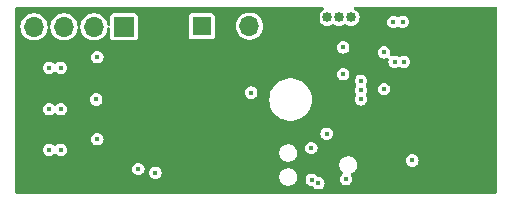
<source format=gbr>
%TF.GenerationSoftware,KiCad,Pcbnew,8.0.6*%
%TF.CreationDate,2024-11-27T12:45:58+01:00*%
%TF.ProjectId,Caffeinated-AFTONSPARV,43616666-6569-46e6-9174-65642d414654,rev?*%
%TF.SameCoordinates,Original*%
%TF.FileFunction,Copper,L2,Inr*%
%TF.FilePolarity,Positive*%
%FSLAX46Y46*%
G04 Gerber Fmt 4.6, Leading zero omitted, Abs format (unit mm)*
G04 Created by KiCad (PCBNEW 8.0.6) date 2024-11-27 12:45:58*
%MOMM*%
%LPD*%
G01*
G04 APERTURE LIST*
%TA.AperFunction,ComponentPad*%
%ADD10R,0.850000X0.850000*%
%TD*%
%TA.AperFunction,ComponentPad*%
%ADD11O,0.850000X0.850000*%
%TD*%
%TA.AperFunction,ComponentPad*%
%ADD12R,1.700000X1.700000*%
%TD*%
%TA.AperFunction,ComponentPad*%
%ADD13O,1.700000X1.700000*%
%TD*%
%TA.AperFunction,ComponentPad*%
%ADD14R,1.600000X1.600000*%
%TD*%
%TA.AperFunction,ComponentPad*%
%ADD15C,1.600000*%
%TD*%
%TA.AperFunction,ViaPad*%
%ADD16C,0.450000*%
%TD*%
G04 APERTURE END LIST*
D10*
%TO.N,GND*%
%TO.C,J4*%
X25600000Y15065000D03*
D11*
%TO.N,USB-D+*%
X26600000Y15065000D03*
%TO.N,USB-D-*%
X27600000Y15065000D03*
%TO.N,+3.3V*%
X28600000Y15065000D03*
%TD*%
D12*
%TO.N,+24V*%
%TO.C,J2*%
X9390000Y14275000D03*
D13*
%TO.N,Net-(J2-Pin_2)*%
X6850000Y14275000D03*
%TO.N,Net-(J2-Pin_3)*%
X4310000Y14275000D03*
%TO.N,Net-(J2-Pin_4)*%
X1770000Y14275000D03*
%TD*%
D12*
%TO.N,GND*%
%TO.C,J1*%
X22550000Y14325000D03*
D13*
%TO.N,+24V*%
X20010000Y14325000D03*
%TD*%
D14*
%TO.N,+24V*%
%TO.C,C2*%
X15982380Y14300000D03*
D15*
%TO.N,GND*%
X13482380Y14300000D03*
%TD*%
D16*
%TO.N,GND*%
X39400000Y3300000D03*
X40350000Y1300000D03*
X33400000Y10100000D03*
X4825000Y2900000D03*
X2750000Y2900000D03*
X31400000Y2900000D03*
X39400000Y11300000D03*
X2750000Y9850000D03*
X9325000Y3100000D03*
X2750000Y6350000D03*
X9325000Y7050000D03*
X37400000Y10100000D03*
X18350000Y5350000D03*
X9325000Y5075000D03*
X39400000Y9700000D03*
X33400000Y8100000D03*
X40350000Y15500000D03*
X33400000Y6100000D03*
X29400000Y12000000D03*
X35400000Y8100000D03*
X24560000Y3950000D03*
X12725000Y8850000D03*
X37400000Y6100000D03*
X17425000Y5350000D03*
X14775000Y8850000D03*
X4825000Y6350000D03*
X39400000Y6500000D03*
X35400000Y10100000D03*
X35400000Y6100000D03*
X37400000Y8100000D03*
X40350000Y14750000D03*
X39400000Y4900000D03*
X39400000Y12900000D03*
X40350000Y600000D03*
%TO.N,+24V*%
X20150000Y8700000D03*
%TO.N,Net-(J2-Pin_2)*%
X3050000Y3850000D03*
X4050000Y3850000D03*
%TO.N,Net-(J2-Pin_3)*%
X4050000Y7300000D03*
X3050000Y7300000D03*
%TO.N,+3.3V*%
X12050000Y1900000D03*
X27950000Y12525000D03*
X26550000Y5225000D03*
X10600000Y2225000D03*
%TO.N,IO9*%
X31400000Y12100000D03*
X28192500Y1367500D03*
%TO.N,TX*%
X33100000Y11300000D03*
%TO.N,Net-(U1-GPIO2{slash}ADC1_CH2)*%
X31400000Y9000000D03*
X27950000Y10250000D03*
%TO.N,RX*%
X25250000Y4000000D03*
X32300000Y11300000D03*
X25295000Y1325000D03*
%TO.N,EN*%
X33800000Y2950000D03*
X25850000Y1025000D03*
%TO.N,USB-D+*%
X33000000Y14700000D03*
%TO.N,LED-B*%
X7125000Y11700000D03*
X29450000Y9700000D03*
%TO.N,LED-G*%
X7037500Y8112500D03*
X29450000Y8900000D03*
%TO.N,LED-R*%
X29450000Y8125000D03*
X7125000Y4750000D03*
%TO.N,USB-D-*%
X32200000Y14675000D03*
%TO.N,Net-(J2-Pin_4)*%
X4050000Y10800000D03*
X3050000Y10800000D03*
%TD*%
%TA.AperFunction,Conductor*%
%TO.N,GND*%
G36*
X26281454Y15930315D02*
G01*
X26327209Y15877511D01*
X26337153Y15808353D01*
X26308128Y15744797D01*
X26280387Y15721006D01*
X26144795Y15635808D01*
X26029192Y15520205D01*
X25942210Y15381775D01*
X25888212Y15227456D01*
X25869909Y15065004D01*
X25869909Y15064997D01*
X25888212Y14902545D01*
X25942210Y14748226D01*
X25977295Y14692389D01*
X26029192Y14609796D01*
X26144796Y14494192D01*
X26283225Y14407211D01*
X26437539Y14353214D01*
X26437542Y14353214D01*
X26437544Y14353213D01*
X26599996Y14334909D01*
X26600000Y14334909D01*
X26600004Y14334909D01*
X26762455Y14353213D01*
X26762456Y14353214D01*
X26762461Y14353214D01*
X26916775Y14407211D01*
X27034028Y14480887D01*
X27101264Y14499887D01*
X27165971Y14480887D01*
X27283225Y14407211D01*
X27437539Y14353214D01*
X27437542Y14353214D01*
X27437544Y14353213D01*
X27599996Y14334909D01*
X27600000Y14334909D01*
X27600004Y14334909D01*
X27762455Y14353213D01*
X27762456Y14353214D01*
X27762461Y14353214D01*
X27916775Y14407211D01*
X28034028Y14480887D01*
X28101264Y14499887D01*
X28165971Y14480887D01*
X28283225Y14407211D01*
X28437539Y14353214D01*
X28437542Y14353214D01*
X28437544Y14353213D01*
X28599996Y14334909D01*
X28600000Y14334909D01*
X28600004Y14334909D01*
X28762455Y14353213D01*
X28762456Y14353214D01*
X28762461Y14353214D01*
X28916775Y14407211D01*
X29055204Y14494192D01*
X29170808Y14609796D01*
X29211779Y14675000D01*
X31669965Y14675000D01*
X31684734Y14562819D01*
X31688026Y14537819D01*
X31688027Y14537814D01*
X31740974Y14409985D01*
X31740975Y14409983D01*
X31740976Y14409982D01*
X31825209Y14300209D01*
X31934982Y14215976D01*
X32062817Y14163026D01*
X32185702Y14146848D01*
X32199999Y14144965D01*
X32200000Y14144965D01*
X32200001Y14144965D01*
X32212947Y14146670D01*
X32337183Y14163026D01*
X32465018Y14215976D01*
X32540803Y14274130D01*
X32605971Y14299324D01*
X32674416Y14285286D01*
X32691770Y14274134D01*
X32734982Y14240976D01*
X32862817Y14188026D01*
X32985702Y14171848D01*
X32999999Y14169965D01*
X33000000Y14169965D01*
X33000001Y14169965D01*
X33012947Y14171670D01*
X33137183Y14188026D01*
X33265018Y14240976D01*
X33374791Y14325209D01*
X33459024Y14434982D01*
X33511974Y14562817D01*
X33530035Y14700000D01*
X33511974Y14837183D01*
X33459024Y14965017D01*
X33374791Y15074791D01*
X33374789Y15074792D01*
X33374789Y15074793D01*
X33297597Y15134025D01*
X33265018Y15159024D01*
X33265017Y15159025D01*
X33265015Y15159026D01*
X33137186Y15211973D01*
X33137184Y15211974D01*
X33137183Y15211974D01*
X33019551Y15227461D01*
X33000001Y15230035D01*
X32999999Y15230035D01*
X32931408Y15221005D01*
X32862817Y15211974D01*
X32862816Y15211974D01*
X32862813Y15211973D01*
X32734984Y15159026D01*
X32734982Y15159024D01*
X32659196Y15100871D01*
X32594027Y15075677D01*
X32525582Y15089716D01*
X32508224Y15100871D01*
X32465018Y15134024D01*
X32465016Y15134025D01*
X32337186Y15186973D01*
X32337184Y15186974D01*
X32337183Y15186974D01*
X32245727Y15199015D01*
X32200001Y15205035D01*
X32199999Y15205035D01*
X32139372Y15197053D01*
X32062817Y15186974D01*
X32062816Y15186974D01*
X32062813Y15186973D01*
X31934985Y15134026D01*
X31825209Y15049791D01*
X31740974Y14940015D01*
X31688027Y14812187D01*
X31688026Y14812182D01*
X31673257Y14700001D01*
X31669965Y14675000D01*
X29211779Y14675000D01*
X29257789Y14748225D01*
X29311786Y14902539D01*
X29316009Y14940017D01*
X29330091Y15064997D01*
X29330091Y15065004D01*
X29311787Y15227456D01*
X29311786Y15227458D01*
X29311786Y15227461D01*
X29257789Y15381775D01*
X29170808Y15520204D01*
X29055204Y15635808D01*
X28919613Y15721006D01*
X28873322Y15773341D01*
X28862674Y15842395D01*
X28891049Y15906243D01*
X28949439Y15944615D01*
X28985585Y15950000D01*
X40876000Y15950000D01*
X40943039Y15930315D01*
X40988794Y15877511D01*
X41000000Y15826000D01*
X41000000Y274000D01*
X40980315Y206961D01*
X40927511Y161206D01*
X40876000Y150000D01*
X274000Y150000D01*
X206961Y169685D01*
X161206Y222489D01*
X150000Y274000D01*
X150000Y2225000D01*
X10069965Y2225000D01*
X10087794Y2089577D01*
X10088026Y2087819D01*
X10088027Y2087814D01*
X10140974Y1959985D01*
X10140975Y1959983D01*
X10140976Y1959982D01*
X10225209Y1850209D01*
X10334982Y1765976D01*
X10334983Y1765976D01*
X10334984Y1765975D01*
X10342616Y1762814D01*
X10462817Y1713026D01*
X10585702Y1696848D01*
X10599999Y1694965D01*
X10600000Y1694965D01*
X10600001Y1694965D01*
X10612947Y1696670D01*
X10737183Y1713026D01*
X10865018Y1765976D01*
X10974791Y1850209D01*
X11012998Y1900001D01*
X11519965Y1900001D01*
X11519965Y1900000D01*
X11538026Y1762819D01*
X11538027Y1762814D01*
X11590974Y1634985D01*
X11590975Y1634983D01*
X11590976Y1634982D01*
X11675209Y1525209D01*
X11784982Y1440976D01*
X11912817Y1388026D01*
X12035702Y1371848D01*
X12049999Y1369965D01*
X12050000Y1369965D01*
X12050001Y1369965D01*
X12062947Y1371670D01*
X12187183Y1388026D01*
X12315018Y1440976D01*
X12424791Y1525209D01*
X12499415Y1622460D01*
X22544200Y1622460D01*
X22544200Y1475541D01*
X22572858Y1331466D01*
X22572861Y1331456D01*
X22629078Y1195734D01*
X22629083Y1195725D01*
X22710698Y1073581D01*
X22710701Y1073577D01*
X22814576Y969702D01*
X22814580Y969699D01*
X22936724Y888084D01*
X22936730Y888081D01*
X22936731Y888080D01*
X23072458Y831860D01*
X23206797Y805139D01*
X23216540Y803201D01*
X23216544Y803200D01*
X23216545Y803200D01*
X23363456Y803200D01*
X23363457Y803201D01*
X23507542Y831860D01*
X23643269Y888080D01*
X23765420Y969699D01*
X23869301Y1073580D01*
X23950920Y1195731D01*
X24004465Y1325000D01*
X24764965Y1325000D01*
X24777430Y1230319D01*
X24783026Y1187819D01*
X24783027Y1187814D01*
X24835974Y1059985D01*
X24835975Y1059983D01*
X24835976Y1059982D01*
X24920209Y950209D01*
X25029982Y865976D01*
X25029983Y865976D01*
X25029984Y865975D01*
X25055211Y855526D01*
X25157817Y813026D01*
X25295000Y794965D01*
X25302983Y794965D01*
X25370022Y775280D01*
X25401355Y746455D01*
X25475209Y650209D01*
X25584982Y565976D01*
X25712817Y513026D01*
X25835702Y496848D01*
X25849999Y494965D01*
X25850000Y494965D01*
X25850001Y494965D01*
X25862947Y496670D01*
X25987183Y513026D01*
X26115018Y565976D01*
X26224791Y650209D01*
X26309024Y759982D01*
X26361974Y887817D01*
X26380035Y1025000D01*
X26361974Y1162183D01*
X26309024Y1290017D01*
X26224791Y1399791D01*
X26224789Y1399792D01*
X26224789Y1399793D01*
X26115015Y1484026D01*
X25987186Y1536973D01*
X25987184Y1536974D01*
X25987183Y1536974D01*
X25895727Y1549015D01*
X25850001Y1555035D01*
X25842017Y1555035D01*
X25774978Y1574720D01*
X25743642Y1603548D01*
X25669791Y1699791D01*
X25614403Y1742292D01*
X25560018Y1784024D01*
X25560017Y1784025D01*
X25560015Y1784026D01*
X25432186Y1836973D01*
X25432184Y1836974D01*
X25432183Y1836974D01*
X25331656Y1850209D01*
X25295001Y1855035D01*
X25294999Y1855035D01*
X25240502Y1847860D01*
X25157817Y1836974D01*
X25157816Y1836974D01*
X25157813Y1836973D01*
X25029985Y1784026D01*
X24920209Y1699791D01*
X24835974Y1590015D01*
X24783027Y1462187D01*
X24783026Y1462182D01*
X24770561Y1367501D01*
X24764965Y1325000D01*
X24004465Y1325000D01*
X24007140Y1331458D01*
X24035800Y1475545D01*
X24035800Y1622455D01*
X24007140Y1766542D01*
X23951860Y1900000D01*
X23950921Y1902267D01*
X23950916Y1902276D01*
X23869301Y2024420D01*
X23869298Y2024424D01*
X23765423Y2128299D01*
X23765419Y2128302D01*
X23643275Y2209917D01*
X23643266Y2209922D01*
X23507544Y2266139D01*
X23507545Y2266139D01*
X23507542Y2266140D01*
X23507538Y2266141D01*
X23507534Y2266142D01*
X23363459Y2294800D01*
X23363455Y2294800D01*
X23216545Y2294800D01*
X23216540Y2294800D01*
X23072465Y2266142D01*
X23072455Y2266139D01*
X22936733Y2209922D01*
X22936724Y2209917D01*
X22814580Y2128302D01*
X22814576Y2128299D01*
X22710701Y2024424D01*
X22710698Y2024420D01*
X22629083Y1902276D01*
X22629078Y1902267D01*
X22572861Y1766545D01*
X22572858Y1766535D01*
X22544200Y1622460D01*
X12499415Y1622460D01*
X12509024Y1634982D01*
X12561974Y1762817D01*
X12580035Y1900000D01*
X12561974Y2037183D01*
X12509024Y2165017D01*
X12424791Y2274791D01*
X12424789Y2274792D01*
X12424789Y2274793D01*
X12315015Y2359026D01*
X12187186Y2411973D01*
X12187184Y2411974D01*
X12187183Y2411974D01*
X12095727Y2424015D01*
X12050001Y2430035D01*
X12049999Y2430035D01*
X11981408Y2421005D01*
X11912817Y2411974D01*
X11912816Y2411974D01*
X11912813Y2411973D01*
X11784985Y2359026D01*
X11675209Y2274791D01*
X11590974Y2165015D01*
X11538027Y2037187D01*
X11538026Y2037182D01*
X11519965Y1900001D01*
X11012998Y1900001D01*
X11059024Y1959982D01*
X11111974Y2087817D01*
X11130035Y2225000D01*
X11111974Y2362183D01*
X11059024Y2490017D01*
X10974791Y2599791D01*
X10974789Y2599792D01*
X10974789Y2599793D01*
X10924397Y2638460D01*
X27624200Y2638460D01*
X27624200Y2491541D01*
X27652858Y2347466D01*
X27652861Y2347456D01*
X27709078Y2211734D01*
X27709083Y2211725D01*
X27790698Y2089581D01*
X27790701Y2089577D01*
X27898887Y1981391D01*
X27896766Y1979271D01*
X27929065Y1932404D01*
X27931316Y1862571D01*
X27895455Y1802606D01*
X27886763Y1795279D01*
X27817710Y1742292D01*
X27733474Y1632515D01*
X27680527Y1504687D01*
X27680526Y1504684D01*
X27680526Y1504683D01*
X27672139Y1440976D01*
X27662790Y1369965D01*
X27662465Y1367500D01*
X27672666Y1290015D01*
X27680526Y1230319D01*
X27680527Y1230314D01*
X27733474Y1102485D01*
X27733475Y1102483D01*
X27733476Y1102482D01*
X27817709Y992709D01*
X27927482Y908476D01*
X28055317Y855526D01*
X28178202Y839348D01*
X28192499Y837465D01*
X28192500Y837465D01*
X28192501Y837465D01*
X28205447Y839170D01*
X28329683Y855526D01*
X28457518Y908476D01*
X28567291Y992709D01*
X28651524Y1102482D01*
X28704474Y1230317D01*
X28722535Y1367500D01*
X28722210Y1369965D01*
X28718283Y1399793D01*
X28704474Y1504683D01*
X28669128Y1590017D01*
X28651525Y1632516D01*
X28651523Y1632519D01*
X28609082Y1687828D01*
X28583887Y1752997D01*
X28597925Y1821442D01*
X28646739Y1871432D01*
X28659986Y1877868D01*
X28723269Y1904080D01*
X28845420Y1985699D01*
X28949301Y2089580D01*
X29030920Y2211731D01*
X29087140Y2347458D01*
X29115800Y2491545D01*
X29115800Y2638455D01*
X29087140Y2782542D01*
X29030920Y2918269D01*
X29030919Y2918270D01*
X29030916Y2918276D01*
X29009718Y2950001D01*
X33269965Y2950001D01*
X33269965Y2950000D01*
X33288026Y2812819D01*
X33288027Y2812814D01*
X33340974Y2684985D01*
X33340975Y2684983D01*
X33340976Y2684982D01*
X33425209Y2575209D01*
X33534982Y2490976D01*
X33662817Y2438026D01*
X33785702Y2421848D01*
X33799999Y2419965D01*
X33800000Y2419965D01*
X33800001Y2419965D01*
X33812947Y2421670D01*
X33937183Y2438026D01*
X34065018Y2490976D01*
X34174791Y2575209D01*
X34259024Y2684982D01*
X34311974Y2812817D01*
X34330035Y2950000D01*
X34311974Y3087183D01*
X34259024Y3215017D01*
X34174791Y3324791D01*
X34174789Y3324792D01*
X34174789Y3324793D01*
X34108220Y3375873D01*
X34065018Y3409024D01*
X34065017Y3409025D01*
X34065015Y3409026D01*
X33937186Y3461973D01*
X33937184Y3461974D01*
X33937183Y3461974D01*
X33836656Y3475209D01*
X33800001Y3480035D01*
X33799999Y3480035D01*
X33731408Y3471005D01*
X33662817Y3461974D01*
X33662816Y3461974D01*
X33662813Y3461973D01*
X33534985Y3409026D01*
X33425209Y3324791D01*
X33340974Y3215015D01*
X33288027Y3087187D01*
X33288026Y3087182D01*
X33269965Y2950001D01*
X29009718Y2950001D01*
X28949301Y3040420D01*
X28949298Y3040424D01*
X28845423Y3144299D01*
X28845419Y3144302D01*
X28723275Y3225917D01*
X28723266Y3225922D01*
X28587544Y3282139D01*
X28587545Y3282139D01*
X28587542Y3282140D01*
X28587538Y3282141D01*
X28587534Y3282142D01*
X28443459Y3310800D01*
X28443455Y3310800D01*
X28296545Y3310800D01*
X28296540Y3310800D01*
X28152465Y3282142D01*
X28152455Y3282139D01*
X28016733Y3225922D01*
X28016724Y3225917D01*
X27894580Y3144302D01*
X27894576Y3144299D01*
X27790701Y3040424D01*
X27790698Y3040420D01*
X27709083Y2918276D01*
X27709078Y2918267D01*
X27652861Y2782545D01*
X27652858Y2782535D01*
X27624200Y2638460D01*
X10924397Y2638460D01*
X10865015Y2684026D01*
X10737186Y2736973D01*
X10737184Y2736974D01*
X10737183Y2736974D01*
X10645727Y2749015D01*
X10600001Y2755035D01*
X10599999Y2755035D01*
X10531408Y2746005D01*
X10462817Y2736974D01*
X10462816Y2736974D01*
X10462813Y2736973D01*
X10334985Y2684026D01*
X10225209Y2599791D01*
X10140974Y2490015D01*
X10088027Y2362187D01*
X10088026Y2362184D01*
X10088026Y2362183D01*
X10069965Y2225000D01*
X150000Y2225000D01*
X150000Y3850000D01*
X2519965Y3850000D01*
X2535107Y3734985D01*
X2538026Y3712819D01*
X2538027Y3712814D01*
X2590974Y3584985D01*
X2590975Y3584983D01*
X2590976Y3584982D01*
X2675209Y3475209D01*
X2784982Y3390976D01*
X2912817Y3338026D01*
X3035702Y3321848D01*
X3049999Y3319965D01*
X3050000Y3319965D01*
X3050001Y3319965D01*
X3062947Y3321670D01*
X3187183Y3338026D01*
X3315018Y3390976D01*
X3424791Y3475209D01*
X3451624Y3510179D01*
X3508052Y3551381D01*
X3577798Y3555536D01*
X3638718Y3521324D01*
X3648376Y3510178D01*
X3671505Y3480035D01*
X3675209Y3475209D01*
X3784982Y3390976D01*
X3912817Y3338026D01*
X4035702Y3321848D01*
X4049999Y3319965D01*
X4050000Y3319965D01*
X4050001Y3319965D01*
X4062947Y3321670D01*
X4187183Y3338026D01*
X4315018Y3390976D01*
X4424791Y3475209D01*
X4509024Y3584982D01*
X4537802Y3654460D01*
X22544200Y3654460D01*
X22544200Y3507541D01*
X22572858Y3363466D01*
X22572861Y3363456D01*
X22629078Y3227734D01*
X22629083Y3227725D01*
X22710698Y3105581D01*
X22710701Y3105577D01*
X22814576Y3001702D01*
X22814580Y3001699D01*
X22936724Y2920084D01*
X22936730Y2920081D01*
X22936731Y2920080D01*
X23072458Y2863860D01*
X23216540Y2835201D01*
X23216544Y2835200D01*
X23216545Y2835200D01*
X23363456Y2835200D01*
X23363457Y2835201D01*
X23507542Y2863860D01*
X23643269Y2920080D01*
X23765420Y3001699D01*
X23869301Y3105580D01*
X23950920Y3227731D01*
X24007140Y3363458D01*
X24035800Y3507545D01*
X24035800Y3654455D01*
X24007140Y3798542D01*
X23950920Y3934269D01*
X23950919Y3934270D01*
X23950916Y3934276D01*
X23906999Y4000001D01*
X24719965Y4000001D01*
X24719965Y4000000D01*
X24738026Y3862819D01*
X24738027Y3862814D01*
X24790974Y3734985D01*
X24790975Y3734983D01*
X24790976Y3734982D01*
X24875209Y3625209D01*
X24984982Y3540976D01*
X25112817Y3488026D01*
X25235702Y3471848D01*
X25249999Y3469965D01*
X25250000Y3469965D01*
X25250001Y3469965D01*
X25262947Y3471670D01*
X25387183Y3488026D01*
X25515018Y3540976D01*
X25624791Y3625209D01*
X25709024Y3734982D01*
X25761974Y3862817D01*
X25780035Y4000000D01*
X25761974Y4137183D01*
X25709024Y4265017D01*
X25624791Y4374791D01*
X25624789Y4374792D01*
X25624789Y4374793D01*
X25515015Y4459026D01*
X25387186Y4511973D01*
X25387184Y4511974D01*
X25387183Y4511974D01*
X25295727Y4524015D01*
X25250001Y4530035D01*
X25249999Y4530035D01*
X25181408Y4521005D01*
X25112817Y4511974D01*
X25112816Y4511974D01*
X25112813Y4511973D01*
X24984985Y4459026D01*
X24875209Y4374791D01*
X24790974Y4265015D01*
X24738027Y4137187D01*
X24738026Y4137184D01*
X24738026Y4137183D01*
X24728995Y4068592D01*
X24719965Y4000001D01*
X23906999Y4000001D01*
X23869301Y4056420D01*
X23869298Y4056424D01*
X23765423Y4160299D01*
X23765419Y4160302D01*
X23643275Y4241917D01*
X23643266Y4241922D01*
X23507544Y4298139D01*
X23507545Y4298139D01*
X23507542Y4298140D01*
X23507538Y4298141D01*
X23507534Y4298142D01*
X23363459Y4326800D01*
X23363455Y4326800D01*
X23216545Y4326800D01*
X23216540Y4326800D01*
X23072465Y4298142D01*
X23072455Y4298139D01*
X22936733Y4241922D01*
X22936724Y4241917D01*
X22814580Y4160302D01*
X22814576Y4160299D01*
X22710701Y4056424D01*
X22710698Y4056420D01*
X22629083Y3934276D01*
X22629078Y3934267D01*
X22572861Y3798545D01*
X22572858Y3798535D01*
X22544200Y3654460D01*
X4537802Y3654460D01*
X4561974Y3712817D01*
X4580035Y3850000D01*
X4561974Y3987183D01*
X4509024Y4115017D01*
X4424791Y4224791D01*
X4424789Y4224792D01*
X4424789Y4224793D01*
X4358220Y4275873D01*
X4315018Y4309024D01*
X4315017Y4309025D01*
X4315015Y4309026D01*
X4187186Y4361973D01*
X4187184Y4361974D01*
X4187183Y4361974D01*
X4086656Y4375209D01*
X4050001Y4380035D01*
X4049999Y4380035D01*
X4010184Y4374793D01*
X3912817Y4361974D01*
X3912816Y4361974D01*
X3912813Y4361973D01*
X3784985Y4309026D01*
X3675206Y4224789D01*
X3648375Y4189821D01*
X3591947Y4148618D01*
X3522201Y4144464D01*
X3461281Y4178677D01*
X3451625Y4189821D01*
X3424791Y4224791D01*
X3372368Y4265017D01*
X3315018Y4309024D01*
X3315017Y4309025D01*
X3315015Y4309026D01*
X3187186Y4361973D01*
X3187184Y4361974D01*
X3187183Y4361974D01*
X3086656Y4375209D01*
X3050001Y4380035D01*
X3049999Y4380035D01*
X3010184Y4374793D01*
X2912817Y4361974D01*
X2912816Y4361974D01*
X2912813Y4361973D01*
X2784985Y4309026D01*
X2675209Y4224791D01*
X2590974Y4115015D01*
X2538027Y3987187D01*
X2538026Y3987184D01*
X2538026Y3987183D01*
X2519965Y3850000D01*
X150000Y3850000D01*
X150000Y4750001D01*
X6594965Y4750001D01*
X6594965Y4750000D01*
X6613026Y4612819D01*
X6613027Y4612814D01*
X6665974Y4484985D01*
X6665975Y4484983D01*
X6665976Y4484982D01*
X6750209Y4375209D01*
X6859982Y4290976D01*
X6987817Y4238026D01*
X7110702Y4221848D01*
X7124999Y4219965D01*
X7125000Y4219965D01*
X7125001Y4219965D01*
X7137947Y4221670D01*
X7262183Y4238026D01*
X7390018Y4290976D01*
X7499791Y4375209D01*
X7584024Y4484982D01*
X7636974Y4612817D01*
X7655035Y4750000D01*
X7636974Y4887183D01*
X7584024Y5015017D01*
X7499791Y5124791D01*
X7499789Y5124792D01*
X7499789Y5124793D01*
X7390015Y5209026D01*
X7351447Y5225001D01*
X26019965Y5225001D01*
X26019965Y5225000D01*
X26038026Y5087819D01*
X26038027Y5087814D01*
X26090974Y4959985D01*
X26090975Y4959983D01*
X26090976Y4959982D01*
X26175209Y4850209D01*
X26284982Y4765976D01*
X26412817Y4713026D01*
X26535702Y4696848D01*
X26549999Y4694965D01*
X26550000Y4694965D01*
X26550001Y4694965D01*
X26562947Y4696670D01*
X26687183Y4713026D01*
X26815018Y4765976D01*
X26924791Y4850209D01*
X27009024Y4959982D01*
X27061974Y5087817D01*
X27080035Y5225000D01*
X27061974Y5362183D01*
X27009024Y5490017D01*
X26924791Y5599791D01*
X26924789Y5599792D01*
X26924789Y5599793D01*
X26815015Y5684026D01*
X26687186Y5736973D01*
X26687184Y5736974D01*
X26687183Y5736974D01*
X26595727Y5749015D01*
X26550001Y5755035D01*
X26549999Y5755035D01*
X26481408Y5746005D01*
X26412817Y5736974D01*
X26412816Y5736974D01*
X26412813Y5736973D01*
X26284985Y5684026D01*
X26175209Y5599791D01*
X26090974Y5490015D01*
X26038027Y5362187D01*
X26038026Y5362182D01*
X26019965Y5225001D01*
X7351447Y5225001D01*
X7262186Y5261973D01*
X7262184Y5261974D01*
X7262183Y5261974D01*
X7170727Y5274015D01*
X7125001Y5280035D01*
X7124999Y5280035D01*
X7056408Y5271005D01*
X6987817Y5261974D01*
X6987816Y5261974D01*
X6987813Y5261973D01*
X6859985Y5209026D01*
X6750209Y5124791D01*
X6665974Y5015015D01*
X6613027Y4887187D01*
X6613026Y4887182D01*
X6594965Y4750001D01*
X150000Y4750001D01*
X150000Y7300001D01*
X2519965Y7300001D01*
X2519965Y7300000D01*
X2538026Y7162819D01*
X2538027Y7162814D01*
X2590974Y7034985D01*
X2590975Y7034983D01*
X2590976Y7034982D01*
X2675209Y6925209D01*
X2784982Y6840976D01*
X2912817Y6788026D01*
X3035702Y6771848D01*
X3049999Y6769965D01*
X3050000Y6769965D01*
X3050001Y6769965D01*
X3062947Y6771670D01*
X3187183Y6788026D01*
X3315018Y6840976D01*
X3424791Y6925209D01*
X3451624Y6960179D01*
X3508052Y7001381D01*
X3577798Y7005536D01*
X3638718Y6971324D01*
X3648375Y6960179D01*
X3675209Y6925209D01*
X3784982Y6840976D01*
X3912817Y6788026D01*
X4035702Y6771848D01*
X4049999Y6769965D01*
X4050000Y6769965D01*
X4050001Y6769965D01*
X4062947Y6771670D01*
X4187183Y6788026D01*
X4315018Y6840976D01*
X4424791Y6925209D01*
X4509024Y7034982D01*
X4561974Y7162817D01*
X4580035Y7300000D01*
X4561974Y7437183D01*
X4509024Y7565017D01*
X4424791Y7674791D01*
X4424789Y7674792D01*
X4424789Y7674793D01*
X4342796Y7737709D01*
X4315018Y7759024D01*
X4315017Y7759025D01*
X4315015Y7759026D01*
X4187186Y7811973D01*
X4187184Y7811974D01*
X4187183Y7811974D01*
X4095727Y7824015D01*
X4050001Y7830035D01*
X4049999Y7830035D01*
X3981408Y7821005D01*
X3912817Y7811974D01*
X3912816Y7811974D01*
X3912813Y7811973D01*
X3784985Y7759026D01*
X3675206Y7674789D01*
X3648375Y7639821D01*
X3591947Y7598618D01*
X3522201Y7594464D01*
X3461281Y7628677D01*
X3451625Y7639821D01*
X3424791Y7674791D01*
X3342796Y7737709D01*
X3315018Y7759024D01*
X3315017Y7759025D01*
X3315015Y7759026D01*
X3187186Y7811973D01*
X3187184Y7811974D01*
X3187183Y7811974D01*
X3095727Y7824015D01*
X3050001Y7830035D01*
X3049999Y7830035D01*
X2981408Y7821005D01*
X2912817Y7811974D01*
X2912816Y7811974D01*
X2912813Y7811973D01*
X2784985Y7759026D01*
X2675209Y7674791D01*
X2590974Y7565015D01*
X2538027Y7437187D01*
X2538026Y7437182D01*
X2519965Y7300001D01*
X150000Y7300001D01*
X150000Y8112500D01*
X6507465Y8112500D01*
X6523880Y7987817D01*
X6525526Y7975319D01*
X6525527Y7975314D01*
X6578474Y7847485D01*
X6578475Y7847483D01*
X6578476Y7847482D01*
X6662709Y7737709D01*
X6772482Y7653476D01*
X6900317Y7600526D01*
X7023202Y7584348D01*
X7037499Y7582465D01*
X7037500Y7582465D01*
X7037501Y7582465D01*
X7050447Y7584170D01*
X7174683Y7600526D01*
X7302518Y7653476D01*
X7412291Y7737709D01*
X7496524Y7847482D01*
X7549474Y7975317D01*
X7565890Y8100004D01*
X21694448Y8100004D01*
X21694448Y8099997D01*
X21714583Y7831311D01*
X21714583Y7831310D01*
X21774536Y7568636D01*
X21774542Y7568617D01*
X21872976Y7317811D01*
X21872979Y7317803D01*
X21962460Y7162819D01*
X22007701Y7084460D01*
X22143388Y6914313D01*
X22175699Y6873797D01*
X22362153Y6700794D01*
X22373212Y6690533D01*
X22595836Y6538750D01*
X22595841Y6538748D01*
X22595842Y6538747D01*
X22595843Y6538746D01*
X22724771Y6476658D01*
X22838592Y6421845D01*
X22838593Y6421845D01*
X22838596Y6421843D01*
X23096069Y6342423D01*
X23096070Y6342423D01*
X23096073Y6342422D01*
X23362494Y6302266D01*
X23362499Y6302266D01*
X23362502Y6302265D01*
X23362503Y6302265D01*
X23631945Y6302265D01*
X23631946Y6302265D01*
X23631953Y6302266D01*
X23898374Y6342422D01*
X23898375Y6342423D01*
X23898379Y6342423D01*
X24155852Y6421843D01*
X24398612Y6538750D01*
X24621236Y6690533D01*
X24818752Y6873801D01*
X24986747Y7084460D01*
X25121469Y7317805D01*
X25219908Y7568622D01*
X25279864Y7831310D01*
X25300000Y8100000D01*
X25299063Y8112500D01*
X25279864Y8368690D01*
X25279864Y8368691D01*
X25219911Y8631365D01*
X25219910Y8631366D01*
X25219908Y8631378D01*
X25121469Y8882195D01*
X25121468Y8882198D01*
X25053454Y9000000D01*
X24986747Y9115540D01*
X24818752Y9326199D01*
X24818751Y9326200D01*
X24818748Y9326204D01*
X24621236Y9509467D01*
X24591068Y9530035D01*
X24398612Y9661250D01*
X24398608Y9661252D01*
X24398605Y9661254D01*
X24398604Y9661255D01*
X24318146Y9700001D01*
X28919965Y9700001D01*
X28919965Y9700000D01*
X28938026Y9562819D01*
X28938027Y9562814D01*
X28990974Y9434985D01*
X29036629Y9375487D01*
X29061823Y9310317D01*
X29047785Y9241873D01*
X29036629Y9224514D01*
X28990976Y9165018D01*
X28990974Y9165016D01*
X28938027Y9037187D01*
X28938026Y9037184D01*
X28938026Y9037183D01*
X28919965Y8900000D01*
X28928235Y8837182D01*
X28938026Y8762819D01*
X28938027Y8762814D01*
X28990975Y8634984D01*
X28990976Y8634982D01*
X29027037Y8587987D01*
X29052232Y8522818D01*
X29038194Y8454373D01*
X29027038Y8437014D01*
X28990976Y8390018D01*
X28990974Y8390016D01*
X28938027Y8262187D01*
X28938026Y8262182D01*
X28919965Y8125001D01*
X28919965Y8125000D01*
X28938026Y7987819D01*
X28938027Y7987814D01*
X28990974Y7859985D01*
X28990975Y7859983D01*
X28990976Y7859982D01*
X29075209Y7750209D01*
X29184982Y7665976D01*
X29312817Y7613026D01*
X29422254Y7598618D01*
X29449999Y7594965D01*
X29450000Y7594965D01*
X29450001Y7594965D01*
X29462947Y7596670D01*
X29587183Y7613026D01*
X29715018Y7665976D01*
X29824791Y7750209D01*
X29909024Y7859982D01*
X29961974Y7987817D01*
X29980035Y8125000D01*
X29961974Y8262183D01*
X29917858Y8368690D01*
X29909025Y8390016D01*
X29909023Y8390018D01*
X29872962Y8437014D01*
X29847768Y8502183D01*
X29861806Y8570628D01*
X29872963Y8587987D01*
X29874737Y8590300D01*
X29909024Y8634982D01*
X29961974Y8762817D01*
X29980035Y8900000D01*
X29966869Y9000000D01*
X30869965Y9000000D01*
X30885475Y8882190D01*
X30888026Y8862819D01*
X30888027Y8862814D01*
X30940974Y8734985D01*
X30940975Y8734983D01*
X30940976Y8734982D01*
X31025209Y8625209D01*
X31134982Y8540976D01*
X31262817Y8488026D01*
X31385702Y8471848D01*
X31399999Y8469965D01*
X31400000Y8469965D01*
X31400001Y8469965D01*
X31412947Y8471670D01*
X31537183Y8488026D01*
X31665018Y8540976D01*
X31774791Y8625209D01*
X31859024Y8734982D01*
X31911974Y8862817D01*
X31930035Y9000000D01*
X31911974Y9137183D01*
X31873514Y9230035D01*
X31859025Y9265015D01*
X31859024Y9265016D01*
X31859024Y9265017D01*
X31774791Y9374791D01*
X31774789Y9374792D01*
X31774789Y9374793D01*
X31665015Y9459026D01*
X31537186Y9511973D01*
X31537184Y9511974D01*
X31537183Y9511974D01*
X31445727Y9524015D01*
X31400001Y9530035D01*
X31399999Y9530035D01*
X31331408Y9521005D01*
X31262817Y9511974D01*
X31262816Y9511974D01*
X31262813Y9511973D01*
X31134985Y9459026D01*
X31025209Y9374791D01*
X30940974Y9265015D01*
X30888027Y9137187D01*
X30888026Y9137184D01*
X30888026Y9137183D01*
X30869965Y9000000D01*
X29966869Y9000000D01*
X29961974Y9037183D01*
X29920551Y9137187D01*
X29909025Y9165015D01*
X29909024Y9165016D01*
X29909024Y9165017D01*
X29863369Y9224516D01*
X29838176Y9289682D01*
X29852214Y9358127D01*
X29863365Y9375481D01*
X29909024Y9434982D01*
X29961974Y9562817D01*
X29980035Y9700000D01*
X29961974Y9837183D01*
X29909024Y9965017D01*
X29824791Y10074791D01*
X29824789Y10074792D01*
X29824789Y10074793D01*
X29715015Y10159026D01*
X29587186Y10211973D01*
X29587184Y10211974D01*
X29587183Y10211974D01*
X29495727Y10224015D01*
X29450001Y10230035D01*
X29449999Y10230035D01*
X29381408Y10221005D01*
X29312817Y10211974D01*
X29312816Y10211974D01*
X29312813Y10211973D01*
X29184985Y10159026D01*
X29075209Y10074791D01*
X28990974Y9965015D01*
X28938027Y9837187D01*
X28938026Y9837182D01*
X28919965Y9700001D01*
X24318146Y9700001D01*
X24155854Y9778156D01*
X24155856Y9778156D01*
X23898380Y9857577D01*
X23898374Y9857579D01*
X23631953Y9897735D01*
X23631946Y9897735D01*
X23362502Y9897735D01*
X23362494Y9897735D01*
X23096073Y9857579D01*
X23096067Y9857577D01*
X22838592Y9778156D01*
X22595843Y9661255D01*
X22595842Y9661254D01*
X22373211Y9509467D01*
X22175699Y9326204D01*
X22007701Y9115540D01*
X21872979Y8882198D01*
X21872976Y8882190D01*
X21774542Y8631384D01*
X21774536Y8631365D01*
X21714583Y8368691D01*
X21714583Y8368690D01*
X21694448Y8100004D01*
X7565890Y8100004D01*
X7567535Y8112500D01*
X7549474Y8249683D01*
X7496524Y8377517D01*
X7412291Y8487291D01*
X7412289Y8487292D01*
X7412289Y8487293D01*
X7313862Y8562819D01*
X7302518Y8571524D01*
X7302517Y8571525D01*
X7302515Y8571526D01*
X7174686Y8624473D01*
X7174684Y8624474D01*
X7174683Y8624474D01*
X7083227Y8636515D01*
X7037501Y8642535D01*
X7037499Y8642535D01*
X6980146Y8634984D01*
X6900317Y8624474D01*
X6900316Y8624474D01*
X6900313Y8624473D01*
X6772485Y8571526D01*
X6662709Y8487291D01*
X6578474Y8377515D01*
X6525527Y8249687D01*
X6525526Y8249684D01*
X6525526Y8249683D01*
X6507465Y8112500D01*
X150000Y8112500D01*
X150000Y8700000D01*
X19619965Y8700000D01*
X19636879Y8571526D01*
X19638026Y8562819D01*
X19638027Y8562814D01*
X19690974Y8434985D01*
X19690975Y8434983D01*
X19690976Y8434982D01*
X19775209Y8325209D01*
X19884982Y8240976D01*
X20012817Y8188026D01*
X20135702Y8171848D01*
X20149999Y8169965D01*
X20150000Y8169965D01*
X20150001Y8169965D01*
X20162947Y8171670D01*
X20287183Y8188026D01*
X20415018Y8240976D01*
X20524791Y8325209D01*
X20609024Y8434982D01*
X20661974Y8562817D01*
X20680035Y8700000D01*
X20661974Y8837183D01*
X20609024Y8965017D01*
X20524791Y9074791D01*
X20524789Y9074792D01*
X20524789Y9074793D01*
X20415015Y9159026D01*
X20287186Y9211973D01*
X20287184Y9211974D01*
X20287183Y9211974D01*
X20191935Y9224514D01*
X20150001Y9230035D01*
X20149999Y9230035D01*
X20108065Y9224514D01*
X20012817Y9211974D01*
X20012816Y9211974D01*
X20012813Y9211973D01*
X19884985Y9159026D01*
X19775209Y9074791D01*
X19690974Y8965015D01*
X19638027Y8837187D01*
X19638026Y8837184D01*
X19638026Y8837183D01*
X19619965Y8700000D01*
X150000Y8700000D01*
X150000Y10250000D01*
X27419965Y10250000D01*
X27424971Y10211973D01*
X27438026Y10112819D01*
X27438027Y10112814D01*
X27490974Y9984985D01*
X27490975Y9984983D01*
X27490976Y9984982D01*
X27575209Y9875209D01*
X27684982Y9790976D01*
X27812817Y9738026D01*
X27935702Y9721848D01*
X27949999Y9719965D01*
X27950000Y9719965D01*
X27950001Y9719965D01*
X27962947Y9721670D01*
X28087183Y9738026D01*
X28215018Y9790976D01*
X28324791Y9875209D01*
X28409024Y9984982D01*
X28461974Y10112817D01*
X28480035Y10250000D01*
X28461974Y10387183D01*
X28409024Y10515017D01*
X28324791Y10624791D01*
X28324789Y10624792D01*
X28324789Y10624793D01*
X28215015Y10709026D01*
X28087186Y10761973D01*
X28087184Y10761974D01*
X28087183Y10761974D01*
X27995727Y10774015D01*
X27950001Y10780035D01*
X27949999Y10780035D01*
X27881408Y10771005D01*
X27812817Y10761974D01*
X27812816Y10761974D01*
X27812813Y10761973D01*
X27684985Y10709026D01*
X27575209Y10624791D01*
X27490974Y10515015D01*
X27438027Y10387187D01*
X27438026Y10387182D01*
X27422594Y10269965D01*
X27419965Y10250000D01*
X150000Y10250000D01*
X150000Y10800000D01*
X2519965Y10800000D01*
X2524971Y10761973D01*
X2538026Y10662819D01*
X2538027Y10662814D01*
X2590974Y10534985D01*
X2590975Y10534983D01*
X2590976Y10534982D01*
X2675209Y10425209D01*
X2784982Y10340976D01*
X2912817Y10288026D01*
X3035702Y10271848D01*
X3049999Y10269965D01*
X3050000Y10269965D01*
X3050001Y10269965D01*
X3062947Y10271670D01*
X3187183Y10288026D01*
X3315018Y10340976D01*
X3424791Y10425209D01*
X3451624Y10460179D01*
X3508052Y10501381D01*
X3577798Y10505536D01*
X3638718Y10471324D01*
X3648375Y10460179D01*
X3675209Y10425209D01*
X3784982Y10340976D01*
X3912817Y10288026D01*
X4035702Y10271848D01*
X4049999Y10269965D01*
X4050000Y10269965D01*
X4050001Y10269965D01*
X4062947Y10271670D01*
X4187183Y10288026D01*
X4315018Y10340976D01*
X4424791Y10425209D01*
X4509024Y10534982D01*
X4561974Y10662817D01*
X4580035Y10800000D01*
X4561974Y10937183D01*
X4509024Y11065017D01*
X4424791Y11174791D01*
X4424789Y11174792D01*
X4424789Y11174793D01*
X4358220Y11225873D01*
X4315018Y11259024D01*
X4315017Y11259025D01*
X4315015Y11259026D01*
X4187186Y11311973D01*
X4187184Y11311974D01*
X4187183Y11311974D01*
X4086656Y11325209D01*
X4050001Y11330035D01*
X4049999Y11330035D01*
X3981408Y11321005D01*
X3912817Y11311974D01*
X3912816Y11311974D01*
X3912813Y11311973D01*
X3784985Y11259026D01*
X3675206Y11174789D01*
X3648375Y11139821D01*
X3591947Y11098618D01*
X3522201Y11094464D01*
X3461281Y11128677D01*
X3451625Y11139821D01*
X3424791Y11174791D01*
X3407540Y11188028D01*
X3315018Y11259024D01*
X3315017Y11259025D01*
X3315015Y11259026D01*
X3187186Y11311973D01*
X3187184Y11311974D01*
X3187183Y11311974D01*
X3086656Y11325209D01*
X3050001Y11330035D01*
X3049999Y11330035D01*
X2981408Y11321005D01*
X2912817Y11311974D01*
X2912816Y11311974D01*
X2912813Y11311973D01*
X2784985Y11259026D01*
X2675209Y11174791D01*
X2590974Y11065015D01*
X2538027Y10937187D01*
X2538026Y10937184D01*
X2538026Y10937183D01*
X2519965Y10800000D01*
X150000Y10800000D01*
X150000Y11700000D01*
X6594965Y11700000D01*
X6612736Y11565017D01*
X6613026Y11562819D01*
X6613027Y11562814D01*
X6665974Y11434985D01*
X6665975Y11434983D01*
X6665976Y11434982D01*
X6750209Y11325209D01*
X6859982Y11240976D01*
X6987817Y11188026D01*
X7110702Y11171848D01*
X7124999Y11169965D01*
X7125000Y11169965D01*
X7125001Y11169965D01*
X7137947Y11171670D01*
X7262183Y11188026D01*
X7390018Y11240976D01*
X7499791Y11325209D01*
X7584024Y11434982D01*
X7636974Y11562817D01*
X7655035Y11700000D01*
X7636974Y11837183D01*
X7584935Y11962817D01*
X7584025Y11965015D01*
X7584024Y11965016D01*
X7584024Y11965017D01*
X7499791Y12074791D01*
X7499789Y12074792D01*
X7499789Y12074793D01*
X7433220Y12125873D01*
X7390018Y12159024D01*
X7390017Y12159025D01*
X7390015Y12159026D01*
X7262186Y12211973D01*
X7262184Y12211974D01*
X7262183Y12211974D01*
X7170727Y12224015D01*
X7125001Y12230035D01*
X7124999Y12230035D01*
X7056408Y12221005D01*
X6987817Y12211974D01*
X6987816Y12211974D01*
X6987813Y12211973D01*
X6859985Y12159026D01*
X6750209Y12074791D01*
X6665974Y11965015D01*
X6613027Y11837187D01*
X6613026Y11837184D01*
X6613026Y11837183D01*
X6594965Y11700000D01*
X150000Y11700000D01*
X150000Y12525001D01*
X27419965Y12525001D01*
X27419965Y12525000D01*
X27438026Y12387819D01*
X27438027Y12387814D01*
X27490974Y12259985D01*
X27490975Y12259983D01*
X27490976Y12259982D01*
X27575209Y12150209D01*
X27684982Y12065976D01*
X27812817Y12013026D01*
X27935702Y11996848D01*
X27949999Y11994965D01*
X27950000Y11994965D01*
X27950001Y11994965D01*
X27962947Y11996670D01*
X28087183Y12013026D01*
X28215018Y12065976D01*
X28259358Y12100000D01*
X30869965Y12100000D01*
X30887736Y11965017D01*
X30888026Y11962819D01*
X30888027Y11962814D01*
X30940974Y11834985D01*
X30940975Y11834983D01*
X30940976Y11834982D01*
X31025209Y11725209D01*
X31134982Y11640976D01*
X31262817Y11588026D01*
X31385702Y11571848D01*
X31399999Y11569965D01*
X31400000Y11569965D01*
X31400001Y11569965D01*
X31412947Y11571670D01*
X31537183Y11588026D01*
X31638826Y11630128D01*
X31708293Y11637596D01*
X31770772Y11606321D01*
X31806424Y11546232D01*
X31803930Y11476407D01*
X31800838Y11468116D01*
X31788027Y11437187D01*
X31788026Y11437184D01*
X31788026Y11437183D01*
X31769965Y11300000D01*
X31786449Y11174793D01*
X31788026Y11162819D01*
X31788027Y11162814D01*
X31840974Y11034985D01*
X31840975Y11034983D01*
X31840976Y11034982D01*
X31925209Y10925209D01*
X32034982Y10840976D01*
X32162817Y10788026D01*
X32285702Y10771848D01*
X32299999Y10769965D01*
X32300000Y10769965D01*
X32300001Y10769965D01*
X32312947Y10771670D01*
X32437183Y10788026D01*
X32565018Y10840976D01*
X32624514Y10886631D01*
X32689681Y10911824D01*
X32758126Y10897786D01*
X32775480Y10886635D01*
X32834982Y10840976D01*
X32962817Y10788026D01*
X33085702Y10771848D01*
X33099999Y10769965D01*
X33100000Y10769965D01*
X33100001Y10769965D01*
X33112947Y10771670D01*
X33237183Y10788026D01*
X33365018Y10840976D01*
X33474791Y10925209D01*
X33559024Y11034982D01*
X33611974Y11162817D01*
X33630035Y11300000D01*
X33611974Y11437183D01*
X33559935Y11562817D01*
X33559025Y11565015D01*
X33559024Y11565016D01*
X33559024Y11565017D01*
X33474791Y11674791D01*
X33474789Y11674792D01*
X33474789Y11674793D01*
X33365015Y11759026D01*
X33237186Y11811973D01*
X33237184Y11811974D01*
X33237183Y11811974D01*
X33145727Y11824015D01*
X33100001Y11830035D01*
X33099999Y11830035D01*
X33031408Y11821005D01*
X32962817Y11811974D01*
X32962816Y11811974D01*
X32962813Y11811973D01*
X32834984Y11759026D01*
X32834982Y11759024D01*
X32775486Y11713371D01*
X32710317Y11688177D01*
X32641872Y11702216D01*
X32624513Y11713371D01*
X32609086Y11725209D01*
X32565018Y11759024D01*
X32565017Y11759025D01*
X32565015Y11759026D01*
X32437186Y11811973D01*
X32437184Y11811974D01*
X32437183Y11811974D01*
X32345727Y11824015D01*
X32300001Y11830035D01*
X32299999Y11830035D01*
X32231408Y11821005D01*
X32162817Y11811974D01*
X32061174Y11769873D01*
X31991705Y11762405D01*
X31929226Y11793681D01*
X31893574Y11853770D01*
X31896069Y11923595D01*
X31899148Y11931855D01*
X31911974Y11962817D01*
X31930035Y12100000D01*
X31911974Y12237183D01*
X31859024Y12365017D01*
X31774791Y12474791D01*
X31774789Y12474792D01*
X31774789Y12474793D01*
X31665015Y12559026D01*
X31537186Y12611973D01*
X31537184Y12611974D01*
X31537183Y12611974D01*
X31445727Y12624015D01*
X31400001Y12630035D01*
X31399999Y12630035D01*
X31331408Y12621005D01*
X31262817Y12611974D01*
X31262816Y12611974D01*
X31262813Y12611973D01*
X31134985Y12559026D01*
X31025209Y12474791D01*
X30940974Y12365015D01*
X30888027Y12237187D01*
X30888026Y12237184D01*
X30888026Y12237183D01*
X30869965Y12100000D01*
X28259358Y12100000D01*
X28324791Y12150209D01*
X28409024Y12259982D01*
X28461974Y12387817D01*
X28480035Y12525000D01*
X28461974Y12662183D01*
X28409024Y12790017D01*
X28324791Y12899791D01*
X28324789Y12899792D01*
X28324789Y12899793D01*
X28215015Y12984026D01*
X28087186Y13036973D01*
X28087184Y13036974D01*
X28087183Y13036974D01*
X27995727Y13049015D01*
X27950001Y13055035D01*
X27949999Y13055035D01*
X27881408Y13046005D01*
X27812817Y13036974D01*
X27812816Y13036974D01*
X27812813Y13036973D01*
X27684985Y12984026D01*
X27575209Y12899791D01*
X27490974Y12790015D01*
X27438027Y12662187D01*
X27438026Y12662182D01*
X27419965Y12525001D01*
X150000Y12525001D01*
X150000Y14275001D01*
X614571Y14275001D01*
X614571Y14275000D01*
X634244Y14062690D01*
X692596Y13857608D01*
X692596Y13857606D01*
X787632Y13666747D01*
X878369Y13546593D01*
X916128Y13496593D01*
X1073698Y13352948D01*
X1254981Y13240702D01*
X1453802Y13163679D01*
X1663390Y13124500D01*
X1663392Y13124500D01*
X1876608Y13124500D01*
X1876610Y13124500D01*
X2086198Y13163679D01*
X2285019Y13240702D01*
X2466302Y13352948D01*
X2623872Y13496593D01*
X2752366Y13666745D01*
X2847405Y13857611D01*
X2905756Y14062690D01*
X2916529Y14178953D01*
X2942315Y14243889D01*
X2984622Y14274196D01*
X3093130Y14274196D01*
X3129503Y14253332D01*
X3161693Y14191319D01*
X3163471Y14178952D01*
X3174244Y14062690D01*
X3232596Y13857608D01*
X3232596Y13857606D01*
X3327632Y13666747D01*
X3418369Y13546593D01*
X3456128Y13496593D01*
X3613698Y13352948D01*
X3794981Y13240702D01*
X3993802Y13163679D01*
X4203390Y13124500D01*
X4203392Y13124500D01*
X4416608Y13124500D01*
X4416610Y13124500D01*
X4626198Y13163679D01*
X4825019Y13240702D01*
X5006302Y13352948D01*
X5163872Y13496593D01*
X5292366Y13666745D01*
X5387405Y13857611D01*
X5445756Y14062690D01*
X5456529Y14178953D01*
X5482315Y14243889D01*
X5524622Y14274196D01*
X5633130Y14274196D01*
X5669503Y14253332D01*
X5701693Y14191319D01*
X5703471Y14178952D01*
X5714244Y14062690D01*
X5772596Y13857608D01*
X5772596Y13857606D01*
X5867632Y13666747D01*
X5958369Y13546593D01*
X5996128Y13496593D01*
X6153698Y13352948D01*
X6334981Y13240702D01*
X6533802Y13163679D01*
X6743390Y13124500D01*
X6743392Y13124500D01*
X6956608Y13124500D01*
X6956610Y13124500D01*
X7166198Y13163679D01*
X7365019Y13240702D01*
X7546302Y13352948D01*
X7703872Y13496593D01*
X7832366Y13666745D01*
X7927405Y13857611D01*
X7985756Y14062690D01*
X7992029Y14130395D01*
X8017814Y14195331D01*
X8074614Y14236019D01*
X8144395Y14239539D01*
X8205002Y14204775D01*
X8237193Y14142762D01*
X8239500Y14118953D01*
X8239500Y13380144D01*
X8239502Y13380118D01*
X8242413Y13355013D01*
X8242415Y13355009D01*
X8287793Y13252236D01*
X8287794Y13252235D01*
X8367235Y13172794D01*
X8470009Y13127415D01*
X8495135Y13124500D01*
X10284864Y13124501D01*
X10284879Y13124503D01*
X10284882Y13124503D01*
X10309987Y13127414D01*
X10309988Y13127415D01*
X10309991Y13127415D01*
X10412765Y13172794D01*
X10492206Y13252235D01*
X10537585Y13355009D01*
X10540500Y13380135D01*
X10540499Y15144869D01*
X14881880Y15144869D01*
X14881880Y13455144D01*
X14881882Y13455118D01*
X14884793Y13430013D01*
X14884795Y13430009D01*
X14930173Y13327236D01*
X14930174Y13327235D01*
X15009615Y13247794D01*
X15112389Y13202415D01*
X15137515Y13199500D01*
X16827244Y13199501D01*
X16827259Y13199503D01*
X16827262Y13199503D01*
X16852367Y13202414D01*
X16852368Y13202415D01*
X16852371Y13202415D01*
X16955145Y13247794D01*
X17034586Y13327235D01*
X17079965Y13430009D01*
X17082880Y13455135D01*
X17082879Y14325000D01*
X18854571Y14325000D01*
X18874244Y14112690D01*
X18888470Y14062690D01*
X18932596Y13907608D01*
X18932596Y13907606D01*
X19027632Y13716747D01*
X19156127Y13546594D01*
X19156128Y13546593D01*
X19313698Y13402948D01*
X19494981Y13290702D01*
X19693802Y13213679D01*
X19903390Y13174500D01*
X19903392Y13174500D01*
X20116608Y13174500D01*
X20116610Y13174500D01*
X20326198Y13213679D01*
X20525019Y13290702D01*
X20706302Y13402948D01*
X20863872Y13546593D01*
X20992366Y13716745D01*
X21062507Y13857608D01*
X21087403Y13907606D01*
X21087403Y13907607D01*
X21087405Y13907611D01*
X21145756Y14112690D01*
X21165429Y14325000D01*
X21145756Y14537310D01*
X21087405Y14742389D01*
X21087403Y14742394D01*
X21087403Y14742395D01*
X20992367Y14933254D01*
X20863872Y15103407D01*
X20818395Y15144865D01*
X20706302Y15247052D01*
X20525019Y15359298D01*
X20525017Y15359299D01*
X20361655Y15422585D01*
X20326198Y15436321D01*
X20116610Y15475500D01*
X19903390Y15475500D01*
X19693802Y15436321D01*
X19693799Y15436321D01*
X19693799Y15436320D01*
X19494982Y15359299D01*
X19494980Y15359298D01*
X19313699Y15247053D01*
X19156127Y15103407D01*
X19027632Y14933254D01*
X18932596Y14742395D01*
X18932596Y14742393D01*
X18874244Y14537311D01*
X18861161Y14396114D01*
X18854571Y14325000D01*
X17082879Y14325000D01*
X17082879Y15144864D01*
X17079980Y15169865D01*
X17079966Y15169988D01*
X17079965Y15169990D01*
X17079965Y15169991D01*
X17034586Y15272765D01*
X16955145Y15352206D01*
X16939081Y15359299D01*
X16852372Y15397585D01*
X16827245Y15400500D01*
X15137523Y15400500D01*
X15137497Y15400498D01*
X15112392Y15397587D01*
X15112388Y15397585D01*
X15009615Y15352207D01*
X14930174Y15272766D01*
X14884795Y15169994D01*
X14884795Y15169992D01*
X14881880Y15144869D01*
X10540499Y15144869D01*
X10540499Y15169864D01*
X10538515Y15186974D01*
X10537586Y15194988D01*
X10537585Y15194990D01*
X10537585Y15194991D01*
X10492206Y15297765D01*
X10412765Y15377206D01*
X10392124Y15386320D01*
X10309992Y15422585D01*
X10284865Y15425500D01*
X8495143Y15425500D01*
X8495117Y15425498D01*
X8470012Y15422587D01*
X8470008Y15422585D01*
X8367235Y15377207D01*
X8287794Y15297766D01*
X8242415Y15194994D01*
X8242415Y15194992D01*
X8239500Y15169869D01*
X8239500Y14431049D01*
X8219815Y14364010D01*
X8167011Y14318255D01*
X8097853Y14308311D01*
X8034297Y14337336D01*
X7996523Y14396114D01*
X7992029Y14419609D01*
X7990604Y14434985D01*
X7985756Y14487310D01*
X7982177Y14499887D01*
X7950905Y14609796D01*
X7927405Y14692389D01*
X7927403Y14692394D01*
X7927403Y14692395D01*
X7832367Y14883254D01*
X7703872Y15053407D01*
X7649025Y15103407D01*
X7546302Y15197052D01*
X7365019Y15309298D01*
X7365017Y15309299D01*
X7235950Y15359299D01*
X7166198Y15386321D01*
X6956610Y15425500D01*
X6743390Y15425500D01*
X6533802Y15386321D01*
X6533799Y15386321D01*
X6533799Y15386320D01*
X6334982Y15309299D01*
X6334980Y15309298D01*
X6153699Y15197053D01*
X5996127Y15053407D01*
X5867632Y14883254D01*
X5772596Y14692395D01*
X5772596Y14692393D01*
X5714244Y14487311D01*
X5703471Y14371049D01*
X5677685Y14306112D01*
X5633130Y14274196D01*
X5524622Y14274196D01*
X5526869Y14275806D01*
X5490497Y14296669D01*
X5458307Y14358682D01*
X5456529Y14371049D01*
X5450969Y14431049D01*
X5445756Y14487310D01*
X5387405Y14692389D01*
X5387403Y14692394D01*
X5387403Y14692395D01*
X5292367Y14883254D01*
X5163872Y15053407D01*
X5109025Y15103407D01*
X5006302Y15197052D01*
X4825019Y15309298D01*
X4825017Y15309299D01*
X4695950Y15359299D01*
X4626198Y15386321D01*
X4416610Y15425500D01*
X4203390Y15425500D01*
X3993802Y15386321D01*
X3993799Y15386321D01*
X3993799Y15386320D01*
X3794982Y15309299D01*
X3794980Y15309298D01*
X3613699Y15197053D01*
X3456127Y15053407D01*
X3327632Y14883254D01*
X3232596Y14692395D01*
X3232596Y14692393D01*
X3174244Y14487311D01*
X3163471Y14371049D01*
X3137685Y14306112D01*
X3093130Y14274196D01*
X2984622Y14274196D01*
X2986869Y14275806D01*
X2950497Y14296669D01*
X2918307Y14358682D01*
X2916529Y14371049D01*
X2910969Y14431049D01*
X2905756Y14487310D01*
X2847405Y14692389D01*
X2847403Y14692394D01*
X2847403Y14692395D01*
X2752367Y14883254D01*
X2623872Y15053407D01*
X2569025Y15103407D01*
X2466302Y15197052D01*
X2285019Y15309298D01*
X2285017Y15309299D01*
X2155950Y15359299D01*
X2086198Y15386321D01*
X1876610Y15425500D01*
X1663390Y15425500D01*
X1453802Y15386321D01*
X1453799Y15386321D01*
X1453799Y15386320D01*
X1254982Y15309299D01*
X1254980Y15309298D01*
X1073699Y15197053D01*
X916127Y15053407D01*
X787632Y14883254D01*
X692596Y14692395D01*
X692596Y14692393D01*
X634244Y14487311D01*
X614571Y14275001D01*
X150000Y14275001D01*
X150000Y15826000D01*
X169685Y15893039D01*
X222489Y15938794D01*
X274000Y15950000D01*
X26214415Y15950000D01*
X26281454Y15930315D01*
G37*
%TD.AperFunction*%
%TD*%
M02*

</source>
